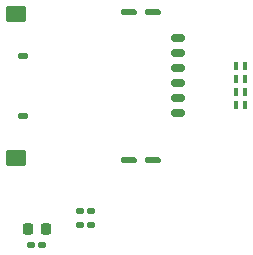
<source format=gbr>
%TF.GenerationSoftware,KiCad,Pcbnew,8.0.8+1*%
%TF.CreationDate,2025-01-22T08:35:02-05:00*%
%TF.ProjectId,cellularBoard,63656c6c-756c-4617-9242-6f6172642e6b,rev?*%
%TF.SameCoordinates,Original*%
%TF.FileFunction,Paste,Bot*%
%TF.FilePolarity,Positive*%
%FSLAX46Y46*%
G04 Gerber Fmt 4.6, Leading zero omitted, Abs format (unit mm)*
G04 Created by KiCad (PCBNEW 8.0.8+1) date 2025-01-22 08:35:02*
%MOMM*%
%LPD*%
G01*
G04 APERTURE LIST*
G04 Aperture macros list*
%AMRoundRect*
0 Rectangle with rounded corners*
0 $1 Rounding radius*
0 $2 $3 $4 $5 $6 $7 $8 $9 X,Y pos of 4 corners*
0 Add a 4 corners polygon primitive as box body*
4,1,4,$2,$3,$4,$5,$6,$7,$8,$9,$2,$3,0*
0 Add four circle primitives for the rounded corners*
1,1,$1+$1,$2,$3*
1,1,$1+$1,$4,$5*
1,1,$1+$1,$6,$7*
1,1,$1+$1,$8,$9*
0 Add four rect primitives between the rounded corners*
20,1,$1+$1,$2,$3,$4,$5,0*
20,1,$1+$1,$4,$5,$6,$7,0*
20,1,$1+$1,$6,$7,$8,$9,0*
20,1,$1+$1,$8,$9,$2,$3,0*%
G04 Aperture macros list end*
%ADD10RoundRect,0.145000X-0.155000X-0.145000X0.155000X-0.145000X0.155000X0.145000X-0.155000X0.145000X0*%
%ADD11RoundRect,0.100000X0.100000X0.250000X-0.100000X0.250000X-0.100000X-0.250000X0.100000X-0.250000X0*%
%ADD12RoundRect,0.162500X0.412500X0.162500X-0.412500X0.162500X-0.412500X-0.162500X0.412500X-0.162500X0*%
%ADD13RoundRect,0.250000X0.600000X0.450000X-0.600000X0.450000X-0.600000X-0.450000X0.600000X-0.450000X0*%
%ADD14RoundRect,0.112500X0.537500X0.112500X-0.537500X0.112500X-0.537500X-0.112500X0.537500X-0.112500X0*%
%ADD15RoundRect,0.135000X0.265000X0.135000X-0.265000X0.135000X-0.265000X-0.135000X0.265000X-0.135000X0*%
%ADD16RoundRect,0.145000X0.155000X0.145000X-0.155000X0.145000X-0.155000X-0.145000X0.155000X-0.145000X0*%
%ADD17RoundRect,0.217750X-0.217750X-0.267250X0.217750X-0.267250X0.217750X0.267250X-0.217750X0.267250X0*%
G04 APERTURE END LIST*
D10*
%TO.C,R3*%
X135735000Y-112450000D03*
X136665000Y-112450000D03*
%TD*%
D11*
%TO.C,D5*%
X149650000Y-100100000D03*
X148950000Y-100100000D03*
%TD*%
%TO.C,D3*%
X149650000Y-101200000D03*
X148950000Y-101200000D03*
%TD*%
%TO.C,D6*%
X149650000Y-99000000D03*
X148950000Y-99000000D03*
%TD*%
D12*
%TO.C,J3*%
X144030000Y-97945000D03*
X144030000Y-100485000D03*
X144030000Y-103025000D03*
X144030000Y-96675000D03*
X144030000Y-99215000D03*
X144030000Y-101755000D03*
D13*
X130300000Y-94595000D03*
X130300000Y-106805000D03*
D14*
X139860000Y-106970000D03*
X141860000Y-106970000D03*
X141860000Y-94430000D03*
X139860000Y-94430000D03*
D15*
X130880000Y-98155000D03*
X130880000Y-103240000D03*
%TD*%
D16*
%TO.C,R6*%
X132515000Y-114200000D03*
X131585000Y-114200000D03*
%TD*%
D17*
%TO.C,C8*%
X131300000Y-112800000D03*
X132800000Y-112800000D03*
%TD*%
D10*
%TO.C,R4*%
X135735000Y-111300000D03*
X136665000Y-111300000D03*
%TD*%
D11*
%TO.C,D4*%
X149650000Y-102300000D03*
X148950000Y-102300000D03*
%TD*%
M02*

</source>
